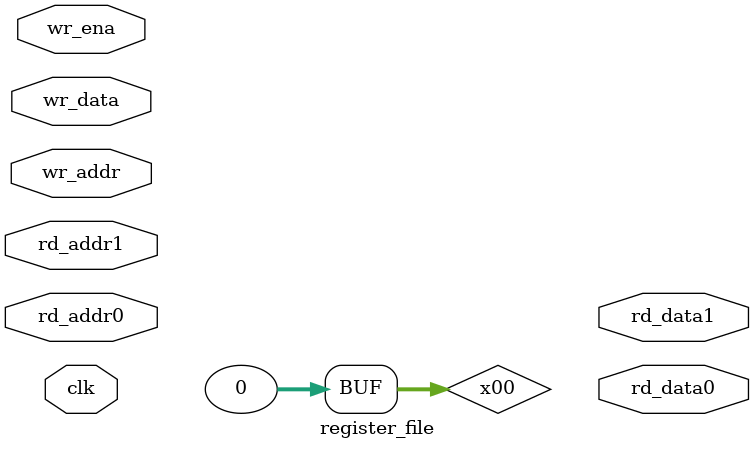
<source format=sv>
`default_nettype none
`timescale 1ns/1ps

module register_file(
  clk, //Note - intentionally does not have a reset! 
  wr_ena, wr_addr, wr_data,
  rd_addr0, rd_data0,
  rd_addr1, rd_data1
);
// Not parametrizing, these widths are defined by the RISC-V Spec!
input wire clk;

// Write channel
input wire wr_ena;
input wire [4:0] wr_addr;
input wire [31:0] wr_data;

// Two read channels
input wire [4:0] rd_addr0, rd_addr1;
output logic [31:0] rd_data0, rd_data1;

logic [31:0] x00; 
always_comb x00 = 32'd0; // ties x00 to ground. 

// DON'T DO THIS:
// logic [31:0] register_file_registers [31:0]
// CAN'T: because that's a RAM. Works in simulation, fails miserably in synthesis.

// Hint - use a scripting language if you get tired of copying and pasting the logic 32 times - e.g. python: print(",".join(["x%02d"%i for i in range(0,32)]))
wire [31:0] x01,x02,x03,x04,x05,x06,x07,x08,x09,x10,x11,x12,x13,x14,x15,x16,x17,x18,x19,x20,x21,x22,x23,x24,x25,x26,x27,x28,x29,x30,x31;

endmodule
</source>
